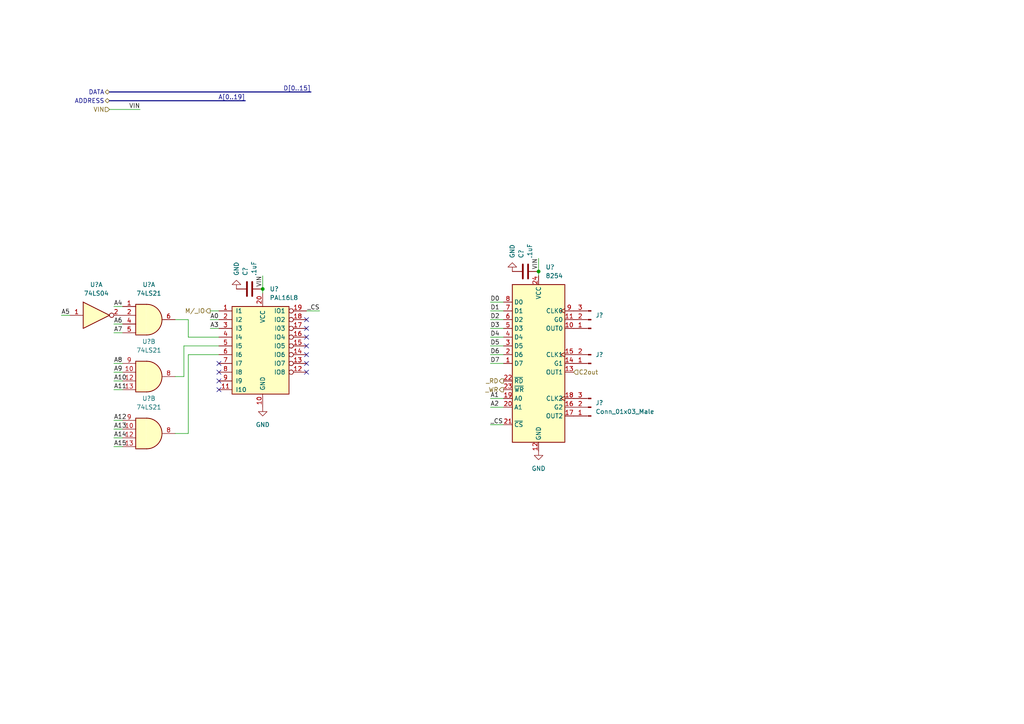
<source format=kicad_sch>
(kicad_sch (version 20211123) (generator eeschema)
  (paper "A4")
  (lib_symbols
    (symbol "74xx:74LS04"
      (property "Reference" "U" (at 0 1.27 0))
      (property "Value" "74LS04" (at 0 -1.27 0))
      (symbol "74LS04_1_0"
        (polyline (pts (xy -3.81 3.81) (xy -3.81 -3.81) (xy 3.81 0) (xy -3.81 3.81)) (stroke (width 0.254)) (fill (type background)))
        (pin input line (at -7.62 0 0) (length 3.81) (name "~") (number "1"))
        (pin output inverted (at 7.62 0 180) (length 3.81) (name "~") (number "2"))
      )
      (symbol "74LS04_2_0"
        (polyline (pts (xy -3.81 3.81) (xy -3.81 -3.81) (xy 3.81 0) (xy -3.81 3.81)) (stroke (width 0.254)) (fill (type background)))
        (pin input line (at -7.62 0 0) (length 3.81) (name "~") (number "3"))
        (pin output inverted (at 7.62 0 180) (length 3.81) (name "~") (number "4"))
      )
      (symbol "74LS04_3_0"
        (polyline (pts (xy -3.81 3.81) (xy -3.81 -3.81) (xy 3.81 0) (xy -3.81 3.81)) (stroke (width 0.254)) (fill (type background)))
        (pin input line (at -7.62 0 0) (length 3.81) (name "~") (number "5"))
        (pin output inverted (at 7.62 0 180) (length 3.81) (name "~") (number "6"))
      )
      (symbol "74LS04_4_0"
        (polyline (pts (xy -3.81 3.81) (xy -3.81 -3.81) (xy 3.81 0) (xy -3.81 3.81)) (stroke (width 0.254)) (fill (type background)))
        (pin output inverted (at 7.62 0 180) (length 3.81) (name "~") (number "8"))
        (pin input line (at -7.62 0 0) (length 3.81) (name "~") (number "9"))
      )
      (symbol "74LS04_5_0"
        (polyline (pts (xy -3.81 3.81) (xy -3.81 -3.81) (xy 3.81 0) (xy -3.81 3.81)) (stroke (width 0.254)) (fill (type background)))
        (pin output inverted (at 7.62 0 180) (length 3.81) (name "~") (number "10"))
        (pin input line (at -7.62 0 0) (length 3.81) (name "~") (number "11"))
      )
      (symbol "74LS04_6_0"
        (polyline (pts (xy -3.81 3.81) (xy -3.81 -3.81) (xy 3.81 0) (xy -3.81 3.81)) (stroke (width 0.254)) (fill (type background)))
        (pin output inverted (at 7.62 0 180) (length 3.81) (name "~") (number "12"))
        (pin input line (at -7.62 0 0) (length 3.81) (name "~") (number "13"))
      )
      (symbol "74LS04_7_0"
        (pin power_in line (at 0 12.7 270) (length 5.08) (name "VCC") (number "14"))
        (pin power_in line (at 0 -12.7 90) (length 5.08) (name "GND") (number "7"))
      )
      (symbol "74LS04_7_1"
        (rectangle (start -5.08 7.62) (end 5.08 -7.62) (stroke (width 0.254)) (fill (type background)))
      )
    )
    (symbol "74xx:74LS21" (pin_names (offset 1.016))
      (property "Reference" "U" (at 0 1.27 0))
      (property "Value" "74LS21" (at 0 -1.27 0))
      (symbol "74LS21_1_1"
        (arc (start -0.635 -4.445) (mid 3.81 0) (end -0.635 4.445) (stroke (width 0.254)) (fill (type background)))
        (polyline (pts (xy -0.635 4.445) (xy -3.81 4.445) (xy -3.81 -4.445) (xy -0.635 -4.445)) (stroke (width 0.254)) (fill (type background)))
        (pin input line (at -7.62 3.81 0) (length 3.81) (name "~") (number "1"))
        (pin input line (at -7.62 1.27 0) (length 3.81) (name "~") (number "2"))
        (pin input line (at -7.62 -1.27 0) (length 3.81) (name "~") (number "4"))
        (pin input line (at -7.62 -3.81 0) (length 3.81) (name "~") (number "5"))
        (pin output line (at 7.62 0 180) (length 3.81) (name "~") (number "6"))
      )
      (symbol "74LS21_1_2"
        (arc (start -3.81 -4.445) (mid -2.5908 0) (end -3.81 4.445) (stroke (width 0.254)))
        (arc (start -0.6096 -4.445) (mid 2.2246 -2.8422) (end 3.81 0) (stroke (width 0.254)) (fill (type background)))
        (polyline (pts (xy -3.81 -4.445) (xy -0.635 -4.445)) (stroke (width 0.254)) (fill (type background)))
        (polyline (pts (xy -3.81 4.445) (xy -0.635 4.445)) (stroke (width 0.254)) (fill (type background)))
        (polyline (pts (xy -0.635 4.445) (xy -3.81 4.445) (xy -3.81 4.445) (xy -3.6322 4.0894) (xy -3.0988 2.921) (xy -2.7686 1.6764) (xy -2.6162 0.4318) (xy -2.6416 -0.8636) (xy -2.8702 -2.1082) (xy -3.2512 -3.3274) (xy -3.81 -4.445) (xy -3.81 -4.445) (xy -0.635 -4.445)) (stroke (width -25.4)) (fill (type background)))
        (arc (start 3.81 0) (mid 2.2204 2.8379) (end -0.6096 4.445) (stroke (width 0.254)) (fill (type background)))
        (pin input inverted (at -7.62 3.81 0) (length 3.81) (name "~") (number "1"))
        (pin input inverted (at -7.62 1.27 0) (length 4.826) (name "~") (number "2"))
        (pin input inverted (at -7.62 -1.27 0) (length 4.826) (name "~") (number "4"))
        (pin input inverted (at -7.62 -3.81 0) (length 3.81) (name "~") (number "5"))
        (pin output inverted (at 7.62 0 180) (length 3.81) (name "~") (number "6"))
      )
      (symbol "74LS21_2_1"
        (arc (start -0.635 -4.445) (mid 3.81 0) (end -0.635 4.445) (stroke (width 0.254)) (fill (type background)))
        (polyline (pts (xy -0.635 4.445) (xy -3.81 4.445) (xy -3.81 -4.445) (xy -0.635 -4.445)) (stroke (width 0.254)) (fill (type background)))
        (pin input line (at -7.62 1.27 0) (length 3.81) (name "~") (number "10"))
        (pin input line (at -7.62 -1.27 0) (length 3.81) (name "~") (number "12"))
        (pin input line (at -7.62 -3.81 0) (length 3.81) (name "~") (number "13"))
        (pin output line (at 7.62 0 180) (length 3.81) (name "~") (number "8"))
        (pin input line (at -7.62 3.81 0) (length 3.81) (name "~") (number "9"))
      )
      (symbol "74LS21_2_2"
        (arc (start -3.81 -4.445) (mid -2.5908 0) (end -3.81 4.445) (stroke (width 0.254)))
        (arc (start -0.6096 -4.445) (mid 2.2246 -2.8422) (end 3.81 0) (stroke (width 0.254)) (fill (type background)))
        (polyline (pts (xy -3.81 -4.445) (xy -0.635 -4.445)) (stroke (width 0.254)) (fill (type background)))
        (polyline (pts (xy -3.81 4.445) (xy -0.635 4.445)) (stroke (width 0.254)) (fill (type background)))
        (polyline (pts (xy -0.635 4.445) (xy -3.81 4.445) (xy -3.81 4.445) (xy -3.6322 4.0894) (xy -3.0988 2.921) (xy -2.7686 1.6764) (xy -2.6162 0.4318) (xy -2.6416 -0.8636) (xy -2.8702 -2.1082) (xy -3.2512 -3.3274) (xy -3.81 -4.445) (xy -3.81 -4.445) (xy -0.635 -4.445)) (stroke (width -25.4)) (fill (type background)))
        (arc (start 3.81 0) (mid 2.2204 2.8379) (end -0.6096 4.445) (stroke (width 0.254)) (fill (type background)))
        (pin input inverted (at -7.62 1.27 0) (length 4.826) (name "~") (number "10"))
        (pin input inverted (at -7.62 -1.27 0) (length 4.826) (name "~") (number "12"))
        (pin input inverted (at -7.62 -3.81 0) (length 3.81) (name "~") (number "13"))
        (pin output inverted (at 7.62 0 180) (length 3.81) (name "~") (number "8"))
        (pin input inverted (at -7.62 3.81 0) (length 3.81) (name "~") (number "9"))
      )
      (symbol "74LS21_3_0"
        (pin power_in line (at 0 12.7 270) (length 5.08) (name "VCC") (number "14"))
        (pin power_in line (at 0 -12.7 90) (length 5.08) (name "GND") (number "7"))
      )
      (symbol "74LS21_3_1"
        (rectangle (start -5.08 7.62) (end 5.08 -7.62) (stroke (width 0.254)) (fill (type background)))
      )
    )
    (symbol "Connector:Conn_01x02_Male" (pin_names (offset 1.016) hide)
      (property "Reference" "J" (at 0 2.54 0))
      (property "Value" "Conn_01x02_Male" (at 0 -5.08 0))
      (symbol "Conn_01x02_Male_1_1"
        (polyline (pts (xy 1.27 -2.54) (xy 0.8636 -2.54)) (stroke (width 0.1524)))
        (polyline (pts (xy 1.27 0) (xy 0.8636 0)) (stroke (width 0.1524)))
        (rectangle (start 0.8636 -2.413) (end 0 -2.667) (stroke (width 0.1524)) (fill (type outline)))
        (rectangle (start 0.8636 0.127) (end 0 -0.127) (stroke (width 0.1524)) (fill (type outline)))
        (pin passive line (at 5.08 0 180) (length 3.81) (name "Pin_1") (number "1"))
        (pin passive line (at 5.08 -2.54 180) (length 3.81) (name "Pin_2") (number "2"))
      )
    )
    (symbol "Connector:Conn_01x03_Male" (pin_names (offset 1.016) hide)
      (property "Reference" "J" (at 0 5.08 0))
      (property "Value" "Conn_01x03_Male" (at 0 -5.08 0))
      (symbol "Conn_01x03_Male_1_1"
        (polyline (pts (xy 1.27 -2.54) (xy 0.8636 -2.54)) (stroke (width 0.1524)))
        (polyline (pts (xy 1.27 0) (xy 0.8636 0)) (stroke (width 0.1524)))
        (polyline (pts (xy 1.27 2.54) (xy 0.8636 2.54)) (stroke (width 0.1524)))
        (rectangle (start 0.8636 -2.413) (end 0 -2.667) (stroke (width 0.1524)) (fill (type outline)))
        (rectangle (start 0.8636 0.127) (end 0 -0.127) (stroke (width 0.1524)) (fill (type outline)))
        (rectangle (start 0.8636 2.667) (end 0 2.413) (stroke (width 0.1524)) (fill (type outline)))
        (pin passive line (at 5.08 2.54 180) (length 3.81) (name "Pin_1") (number "1"))
        (pin passive line (at 5.08 0 180) (length 3.81) (name "Pin_2") (number "2"))
        (pin passive line (at 5.08 -2.54 180) (length 3.81) (name "Pin_3") (number "3"))
      )
    )
    (symbol "Device:C" (pin_numbers hide) (pin_names (offset 0.254))
      (property "Reference" "C" (at 0.635 2.54 0))
      (property "Value" "C" (at 0.635 -2.54 0))
      (symbol "C_0_1"
        (polyline (pts (xy -2.032 -0.762) (xy 2.032 -0.762)) (stroke (width 0.508)))
        (polyline (pts (xy -2.032 0.762) (xy 2.032 0.762)) (stroke (width 0.508)))
      )
      (symbol "C_1_1"
        (pin passive line (at 0 3.81 270) (length 2.794) (name "~") (number "1"))
        (pin passive line (at 0 -3.81 90) (length 2.794) (name "~") (number "2"))
      )
    )
    (symbol "Logic_Programmable:PAL16L8" (pin_names (offset 1.016))
      (property "Reference" "U" (at -8.89 16.51 0))
      (property "Value" "PAL16L8" (at 1.27 16.51 0))
      (symbol "PAL16L8_0_0"
        (pin power_in line (at 0 -15.24 90) (length 3.81) (name "GND") (number "10"))
        (pin power_in line (at 0 17.78 270) (length 3.81) (name "VCC") (number "20"))
      )
      (symbol "PAL16L8_0_1"
        (rectangle (start -8.89 13.97) (end 7.62 -11.43) (stroke (width 0.254)) (fill (type background)))
      )
      (symbol "PAL16L8_1_1"
        (pin input line (at -12.7 12.7 0) (length 3.81) (name "I1") (number "1"))
        (pin input line (at -12.7 -10.16 0) (length 3.81) (name "I10") (number "11"))
        (pin tri_state inverted (at 12.7 -5.08 180) (length 5.08) (name "IO8") (number "12"))
        (pin tri_state inverted (at 12.7 -2.54 180) (length 5.08) (name "IO7") (number "13"))
        (pin tri_state inverted (at 12.7 0 180) (length 5.08) (name "IO6") (number "14"))
        (pin tri_state inverted (at 12.7 2.54 180) (length 5.08) (name "IO5") (number "15"))
        (pin tri_state inverted (at 12.7 5.08 180) (length 5.08) (name "IO4") (number "16"))
        (pin tri_state inverted (at 12.7 7.62 180) (length 5.08) (name "I03") (number "17"))
        (pin tri_state inverted (at 12.7 10.16 180) (length 5.08) (name "IO2") (number "18"))
        (pin tri_state inverted (at 12.7 12.7 180) (length 5.08) (name "IO1") (number "19"))
        (pin input line (at -12.7 10.16 0) (length 3.81) (name "I2") (number "2"))
        (pin input line (at -12.7 7.62 0) (length 3.81) (name "I3") (number "3"))
        (pin input line (at -12.7 5.08 0) (length 3.81) (name "I4") (number "4"))
        (pin input line (at -12.7 2.54 0) (length 3.81) (name "I5") (number "5"))
        (pin input line (at -12.7 0 0) (length 3.81) (name "I6") (number "6"))
        (pin input line (at -12.7 -2.54 0) (length 3.81) (name "I7") (number "7"))
        (pin input line (at -12.7 -5.08 0) (length 3.81) (name "I8") (number "8"))
        (pin input line (at -12.7 -7.62 0) (length 3.81) (name "I9") (number "9"))
      )
    )
    (symbol "Timer:8254"
      (property "Reference" "U" (at -5.08 24.13 0))
      (property "Value" "8254" (at 2.54 24.13 0))
      (symbol "8254_0_1"
        (rectangle (start -7.62 -22.86) (end 7.62 22.86) (stroke (width 0.254)) (fill (type background)))
      )
      (symbol "8254_1_1"
        (pin bidirectional line (at -10.16 0 0) (length 2.54) (name "D7") (number "1"))
        (pin output line (at 10.16 10.16 180) (length 2.54) (name "OUT0") (number "10"))
        (pin input line (at 10.16 12.7 180) (length 2.54) (name "G0") (number "11"))
        (pin power_in line (at 0 -25.4 90) (length 2.54) (name "GND") (number "12"))
        (pin output line (at 10.16 -2.54 180) (length 2.54) (name "OUT1") (number "13"))
        (pin input line (at 10.16 0 180) (length 2.54) (name "G1") (number "14"))
        (pin input clock (at 10.16 2.54 180) (length 2.54) (name "CLK1") (number "15"))
        (pin input line (at 10.16 -12.7 180) (length 2.54) (name "G2") (number "16"))
        (pin output line (at 10.16 -15.24 180) (length 2.54) (name "OUT2") (number "17"))
        (pin input clock (at 10.16 -10.16 180) (length 2.54) (name "CLK2") (number "18"))
        (pin input line (at -10.16 -10.16 0) (length 2.54) (name "A0") (number "19"))
        (pin bidirectional line (at -10.16 2.54 0) (length 2.54) (name "D6") (number "2"))
        (pin input line (at -10.16 -12.7 0) (length 2.54) (name "A1") (number "20"))
        (pin input line (at -10.16 -17.78 0) (length 2.54) (name "~{CS}") (number "21"))
        (pin input line (at -10.16 -5.08 0) (length 2.54) (name "~{RD}") (number "22"))
        (pin input line (at -10.16 -7.62 0) (length 2.54) (name "~{WR}") (number "23"))
        (pin power_in line (at 0 25.4 270) (length 2.54) (name "VCC") (number "24"))
        (pin bidirectional line (at -10.16 5.08 0) (length 2.54) (name "D5") (number "3"))
        (pin bidirectional line (at -10.16 7.62 0) (length 2.54) (name "D4") (number "4"))
        (pin bidirectional line (at -10.16 10.16 0) (length 2.54) (name "D3") (number "5"))
        (pin bidirectional line (at -10.16 12.7 0) (length 2.54) (name "D2") (number "6"))
        (pin bidirectional line (at -10.16 15.24 0) (length 2.54) (name "D1") (number "7"))
        (pin bidirectional line (at -10.16 17.78 0) (length 2.54) (name "D0") (number "8"))
        (pin input clock (at 10.16 15.24 180) (length 2.54) (name "CLK0") (number "9"))
      )
    )
    (symbol "power:GND" (power) (pin_names (offset 0))
      (property "Value" "GND" (at 0 -3.81 0))
      (symbol "GND_0_1"
        (polyline (pts (xy 0 0) (xy 0 -1.27) (xy 1.27 -1.27) (xy 0 -2.54) (xy -1.27 -1.27) (xy 0 -1.27)))
      )
      (symbol "GND_1_1"
        (pin power_in line (at 0 0 270) (length 0) hide (name "GND") (number "1"))
      )
    )
  )
  (junction (at 156.21 78.74))
  (junction (at 76.2 83.82))
  (no_connect (at 88.9 107.95))
  (no_connect (at 88.9 100.33))
  (no_connect (at 88.9 105.41))
  (no_connect (at 88.9 102.87))
  (no_connect (at 63.5 105.41))
  (no_connect (at 63.5 107.95))
  (no_connect (at 63.5 110.49))
  (no_connect (at 63.5 113.03))
  (no_connect (at 88.9 92.71))
  (no_connect (at 88.9 95.25))
  (no_connect (at 88.9 97.79))
  (wire (pts (xy 142.24 115.57) (xy 146.05 115.57)))
  (wire (pts (xy 142.24 95.25) (xy 146.05 95.25)))
  (wire (pts (xy 54.61 97.79) (xy 63.5 97.79)))
  (wire (pts (xy 33.02 96.52) (xy 35.56 96.52)))
  (wire (pts (xy 142.24 118.11) (xy 146.05 118.11)))
  (wire (pts (xy 142.24 105.41) (xy 146.05 105.41)))
  (wire (pts (xy 54.61 125.73) (xy 54.61 102.87)))
  (wire (pts (xy 142.24 102.87) (xy 146.05 102.87)))
  (wire (pts (xy 60.96 90.17) (xy 63.5 90.17)))
  (wire (pts (xy 33.02 110.49) (xy 35.56 110.49)))
  (wire (pts (xy 33.02 129.54) (xy 35.56 129.54)))
  (wire (pts (xy 142.24 90.17) (xy 146.05 90.17)))
  (wire (pts (xy 33.02 113.03) (xy 35.56 113.03)))
  (wire (pts (xy 33.02 107.95) (xy 35.56 107.95)))
  (wire (pts (xy 50.8 92.71) (xy 54.61 92.71)))
  (wire (pts (xy 33.02 121.92) (xy 35.56 121.92)))
  (wire (pts (xy 142.24 87.63) (xy 146.05 87.63)))
  (wire (pts (xy 142.24 100.33) (xy 146.05 100.33)))
  (bus (pts (xy 31.75 29.21) (xy 71.12 29.21)))
  (bus (pts (xy 31.75 26.67) (xy 90.17 26.67)))
  (wire (pts (xy 76.2 83.82) (xy 76.2 85.09)))
  (wire (pts (xy 76.2 80.01) (xy 76.2 83.82)))
  (wire (pts (xy 54.61 102.87) (xy 63.5 102.87)))
  (wire (pts (xy 60.96 95.25) (xy 63.5 95.25)))
  (wire (pts (xy 33.02 124.46) (xy 35.56 124.46)))
  (wire (pts (xy 142.24 92.71) (xy 146.05 92.71)))
  (wire (pts (xy 50.8 125.73) (xy 54.61 125.73)))
  (wire (pts (xy 54.61 92.71) (xy 54.61 97.79)))
  (wire (pts (xy 33.02 88.9) (xy 35.56 88.9)))
  (wire (pts (xy 142.24 123.19) (xy 146.05 123.19)))
  (wire (pts (xy 33.02 105.41) (xy 35.56 105.41)))
  (wire (pts (xy 156.21 78.74) (xy 156.21 80.01)))
  (wire (pts (xy 33.02 93.98) (xy 35.56 93.98)))
  (wire (pts (xy 88.9 90.17) (xy 92.71 90.17)))
  (wire (pts (xy 50.8 109.22) (xy 53.34 109.22)))
  (wire (pts (xy 142.24 97.79) (xy 146.05 97.79)))
  (wire (pts (xy 17.78 91.44) (xy 20.32 91.44)))
  (wire (pts (xy 31.75 31.75) (xy 40.64 31.75)))
  (wire (pts (xy 53.34 100.33) (xy 63.5 100.33)))
  (wire (pts (xy 53.34 109.22) (xy 53.34 100.33)))
  (wire (pts (xy 156.21 74.93) (xy 156.21 78.74)))
  (wire (pts (xy 33.02 127) (xy 35.56 127)))
  (wire (pts (xy 60.96 92.71) (xy 63.5 92.71)))
  (label "A13" (at 33.02 124.46 0))
  (label "A10" (at 33.02 110.49 0))
  (label "A14" (at 33.02 127 0))
  (label "A2" (at 142.24 118.11 0))
  (label "A12" (at 33.02 121.92 0))
  (label "D2" (at 142.24 92.71 0))
  (label "D[0..15]" (at 90.17 26.67 180))
  (label "D4" (at 142.24 97.79 0))
  (label "D1" (at 142.24 90.17 0))
  (label "D0" (at 142.24 87.63 0))
  (label "A[0..19]" (at 71.12 29.21 180))
  (label "A8" (at 33.02 105.41 0))
  (label "A0" (at 60.96 92.71 0))
  (label "A3" (at 60.96 95.25 0))
  (label "VIN" (at 156.21 74.93 270))
  (label "A1" (at 142.24 115.57 0))
  (label "A11" (at 33.02 113.03 0))
  (label "A5" (at 17.78 91.44 0))
  (label "D6" (at 142.24 102.87 0))
  (label "A4" (at 33.02 88.9 0))
  (label "D5" (at 142.24 100.33 0))
  (label "D7" (at 142.24 105.41 0))
  (label "VIN" (at 76.2 80.01 270))
  (label "A7" (at 33.02 96.52 0))
  (label "A15" (at 33.02 129.54 0))
  (label "A6" (at 33.02 93.98 0))
  (label "_CS" (at 142.24 123.19 0))
  (label "D3" (at 142.24 95.25 0))
  (label "A9" (at 33.02 107.95 0))
  (label "_CS" (at 92.71 90.17 180))
  (label "VIN" (at 40.64 31.75 180))
  (hierarchical_label "C2out" (shape input) (at 166.37 107.95 0))
  (hierarchical_label "ADDRESS" (shape bidirectional) (at 31.75 29.21 180))
  (hierarchical_label "DATA" (shape bidirectional) (at 31.75 26.67 180))
  (hierarchical_label "M{slash}_IO" (shape output) (at 60.96 90.17 180))
  (hierarchical_label "VIN" (shape input) (at 31.75 31.75 180))
  (hierarchical_label "_RD" (shape output) (at 146.05 110.49 180))
  (hierarchical_label "_WR" (shape output) (at 146.05 113.03 180))
  (symbol (lib_id "74xx:74LS21") (at 43.18 109.22 0) (unit 2)
    (property "Reference" "U?" (at 43.18 99.06 0))
    (property "Value" "74LS21" (at 43.18 101.6 0))
    (property "Datasheet" "http://www.ti.com/lit/gpn/sn74LS21" (effects hide))
  )
  (symbol (lib_id "74xx:74LS21") (at 43.18 125.73 0) (unit 2)
    (property "Reference" "U?" (at 43.18 115.57 0))
    (property "Value" "74LS21" (at 43.18 118.11 0))
    (property "Datasheet" "http://www.ti.com/lit/gpn/sn74LS21" (effects hide))
  )
  (symbol (lib_id "Connector:Conn_01x03_Male") (at 171.45 92.71 180) (unit 1)
    (property "Reference" "J?" (at 172.72 91.4399 0) (effects (justify right)))
  )
  (symbol (lib_id "Connector:Conn_01x02_Male") (at 171.45 105.41 180) (unit 1)
    (property "Reference" "J?" (at 172.72 102.8699 0) (effects (justify right)))
  )
  (symbol (lib_id "power:GND") (at 68.58 83.82 180) (unit 1)
    (property "Reference" "#PWR?" (effects hide))
    (property "Value" "GND" (at 68.5799 80.01 90) (effects (justify right)))
  )
  (symbol (lib_id "74xx:74LS21") (at 43.18 92.71 0) (unit 1)
    (property "Reference" "U?" (at 43.18 82.55 0))
    (property "Value" "74LS21" (at 43.18 85.09 0))
    (property "Datasheet" "http://www.ti.com/lit/gpn/sn74LS21" (effects hide))
  )
  (symbol (lib_id "power:GND") (at 148.59 78.74 180) (unit 1)
    (property "Reference" "#PWR?" (effects hide))
    (property "Value" "GND" (at 148.5899 74.93 90) (effects (justify right)))
  )
  (symbol (lib_id "Timer:8254") (at 156.21 105.41 0) (unit 1)
    (property "Reference" "U?" (at 158.2294 77.47 0) (effects (justify left)))
    (property "Value" "8254" (at 158.2294 80.01 0) (effects (justify left)))
    (property "Footprint" "Package_DIP:DIP-24_W15.24mm" (effects hide))
    (property "Datasheet" "http://www.scs.stanford.edu/10wi-cs140/pintos/specs/8254.pdf" (effects hide))
  )
  (symbol (lib_id "Device:C") (at 152.4 78.74 90) (unit 1)
    (property "Reference" "C?" (at 151.1299 74.93 0) (effects (justify left)))
    (property "Value" ".1uF" (at 153.6699 74.93 0) (effects (justify left)))
  )
  (symbol (lib_id "power:GND") (at 76.2 118.11 0) (unit 1)
    (property "Reference" "#PWR?" (effects hide))
    (property "Value" "GND" (at 76.2 123.19 0))
  )
  (symbol (lib_id "Device:C") (at 72.39 83.82 90) (unit 1)
    (property "Reference" "C?" (at 71.1199 80.01 0) (effects (justify left)))
    (property "Value" ".1uF" (at 73.6599 80.01 0) (effects (justify left)))
  )
  (symbol (lib_id "power:GND") (at 156.21 130.81 0) (unit 1)
    (property "Reference" "#PWR?" (effects hide))
    (property "Value" "GND" (at 156.21 135.89 0))
  )
  (symbol (lib_id "74xx:74LS04") (at 27.94 91.44 0) (unit 1)
    (property "Reference" "U?" (at 27.94 82.55 0))
    (property "Value" "74LS04" (at 27.94 85.09 0))
    (property "Datasheet" "http://www.ti.com/lit/gpn/sn74LS04" (effects hide))
  )
  (symbol (lib_id "Logic_Programmable:PAL16L8") (at 76.2 102.87 0) (unit 1)
    (property "Reference" "U?" (at 78.2194 83.82 0) (effects (justify left)))
    (property "Value" "PAL16L8" (at 78.2194 86.36 0) (effects (justify left)))
  )
  (symbol (lib_id "Connector:Conn_01x03_Male") (at 171.45 118.11 180) (unit 1)
    (property "Reference" "J?" (at 172.72 116.8399 0) (effects (justify right)))
    (property "Value" "Conn_01x03_Male" (at 172.72 119.3799 0) (effects (justify right)))
  )
)
</source>
